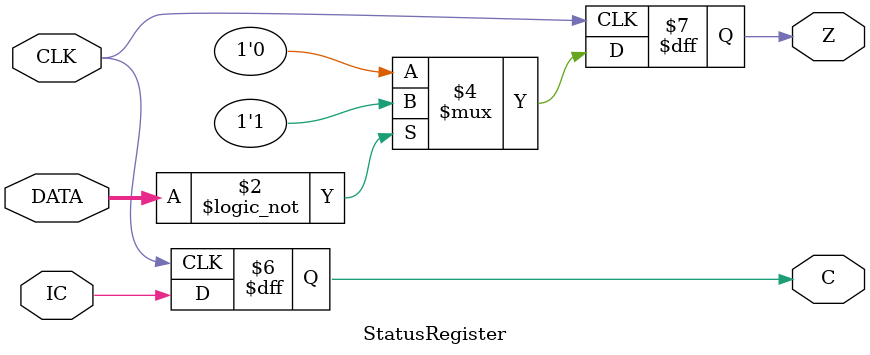
<source format=v>
`timescale 1ns / 1ps
module StatusRegister(CLK, IC, DATA, C, Z);
    input CLK;
    input IC;
    input [3:0]DATA;
    output C;
    output Z;

    reg Z;
    reg C;

    always @(posedge CLK) begin
        C <= IC;
        if (DATA == 4'b0000)
        begin
            Z <= 1;
        end
        else
        begin
            Z <= 0;
        end
    end
endmodule

</source>
